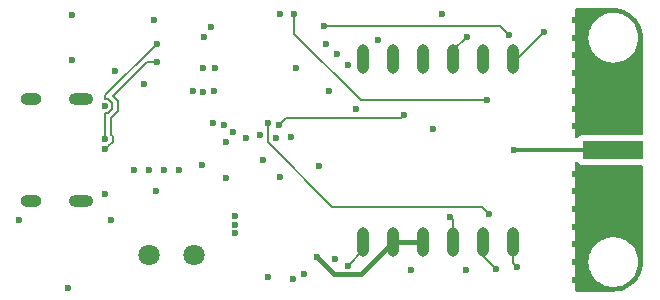
<source format=gbr>
%TF.GenerationSoftware,KiCad,Pcbnew,8.0.5-dirty*%
%TF.CreationDate,2024-10-01T21:11:00+10:00*%
%TF.ProjectId,kestral,6b657374-7261-46c2-9e6b-696361645f70,rev?*%
%TF.SameCoordinates,Original*%
%TF.FileFunction,Copper,L4,Bot*%
%TF.FilePolarity,Positive*%
%FSLAX46Y46*%
G04 Gerber Fmt 4.6, Leading zero omitted, Abs format (unit mm)*
G04 Created by KiCad (PCBNEW 8.0.5-dirty) date 2024-10-01 21:11:00*
%MOMM*%
%LPD*%
G01*
G04 APERTURE LIST*
%TA.AperFunction,ComponentPad*%
%ADD10C,1.803400*%
%TD*%
%TA.AperFunction,ComponentPad*%
%ADD11O,2.100000X1.000000*%
%TD*%
%TA.AperFunction,ComponentPad*%
%ADD12O,1.800000X1.000000*%
%TD*%
%TA.AperFunction,SMDPad,CuDef*%
%ADD13O,1.000000X2.500000*%
%TD*%
%TA.AperFunction,SMDPad,CuDef*%
%ADD14R,5.080000X1.500000*%
%TD*%
%TA.AperFunction,ViaPad*%
%ADD15C,0.600000*%
%TD*%
%TA.AperFunction,Conductor*%
%ADD16C,0.200000*%
%TD*%
%TA.AperFunction,Conductor*%
%ADD17C,0.356000*%
%TD*%
%TA.AperFunction,Conductor*%
%ADD18C,0.400000*%
%TD*%
G04 APERTURE END LIST*
D10*
%TO.P,J2,1,Pin_1*%
%TO.N,VBATT*%
X112689999Y-121400000D03*
%TO.P,J2,2,Pin_2*%
%TO.N,GND*%
X116500000Y-121400000D03*
%TD*%
D11*
%TO.P,J3,S1,SHIELD*%
%TO.N,unconnected-(J3-SHIELD-PadS1)_3*%
X106925000Y-108180000D03*
D12*
%TO.N,unconnected-(J3-SHIELD-PadS1)_1*%
X102725000Y-108180000D03*
D11*
%TO.N,unconnected-(J3-SHIELD-PadS1)*%
X106925000Y-116820000D03*
D12*
%TO.N,unconnected-(J3-SHIELD-PadS1)_2*%
X102725000Y-116820000D03*
%TD*%
D13*
%TO.P,U1,1,RXD1*%
%TO.N,MCU_TX*%
X143500000Y-120300000D03*
%TO.P,U1,2,TXD1*%
%TO.N,MCU_RX*%
X140960000Y-120300000D03*
%TO.P,U1,3,GND*%
%TO.N,GND*%
X138420000Y-120300000D03*
%TO.P,U1,4,VCC*%
%TO.N,+3V3*%
X135880000Y-120300000D03*
%TO.P,U1,5,V_BCKP*%
X133340000Y-120300000D03*
%TO.P,U1,6,1PPS*%
%TO.N,GPS_1PPS*%
X130800000Y-120300000D03*
%TO.P,U1,7,FORCE_ON*%
%TO.N,unconnected-(U1-FORCE_ON-Pad7)*%
X130800000Y-104800000D03*
%TO.P,U1,8,AADET_N*%
%TO.N,unconnected-(U1-AADET_N-Pad8)*%
X133340000Y-104800000D03*
%TO.P,U1,9*%
%TO.N,N/C*%
X135880000Y-104800000D03*
%TO.P,U1,10,~{RESET}*%
%TO.N,GPS_RST*%
X138420000Y-104800000D03*
%TO.P,U1,11,EX_ANT*%
%TO.N,unconnected-(U1-EX_ANT-Pad11)*%
X140960000Y-104800000D03*
%TO.P,U1,12,GND__1*%
%TO.N,GND*%
X143500000Y-104800000D03*
%TD*%
D14*
%TO.P,J1,1,In*%
%TO.N,Net-(J1-In)*%
X151937500Y-112500000D03*
%TO.P,J1,2,Ext*%
%TO.N,GND*%
X151937500Y-108250000D03*
X151937500Y-116750000D03*
%TD*%
D15*
%TO.N,QSPI_SS*%
X109450000Y-118450000D03*
%TO.N,+3V3*%
X101700000Y-118400000D03*
%TO.N,GND*%
X105800000Y-124200000D03*
X128475000Y-121700000D03*
X119200000Y-111820000D03*
X119200000Y-114900000D03*
X148750000Y-110500000D03*
X115205000Y-114232500D03*
X148750000Y-109000000D03*
X148750000Y-117500000D03*
X130200000Y-109000000D03*
X146100000Y-102500000D03*
X148750000Y-107500000D03*
X108975000Y-116250000D03*
X138200000Y-118200000D03*
X148750000Y-120500000D03*
X134850000Y-122650000D03*
X106200000Y-101100000D03*
X148750000Y-123500000D03*
X148750000Y-116000000D03*
X122762500Y-123275000D03*
X148750000Y-106000000D03*
X148750000Y-104500000D03*
X127912500Y-107482500D03*
X106200000Y-104900000D03*
X117210000Y-113800000D03*
X148750000Y-122000000D03*
X108975000Y-108750000D03*
X123795634Y-114802885D03*
X132100000Y-103200000D03*
X127100000Y-113900000D03*
X122318488Y-113384315D03*
X148750000Y-119000000D03*
X148750000Y-114500000D03*
X125150000Y-105532500D03*
X148750000Y-101500000D03*
X148750000Y-103000000D03*
%TO.N,Net-(J1-In)*%
X143600000Y-112500000D03*
%TO.N,USB_D+*%
X109000000Y-112400000D03*
X113355000Y-105032500D03*
%TO.N,USB_D-*%
X109000000Y-111599997D03*
X113355000Y-103532500D03*
%TO.N,RF_DIO*%
X141500000Y-117900000D03*
X122800000Y-110200000D03*
%TO.N,RF_RST*%
X123700000Y-110400000D03*
X134300000Y-109500000D03*
%TO.N,MISO*%
X143200000Y-102800000D03*
X127500000Y-102000000D03*
%TO.N,+3V3*%
X119987500Y-118125000D03*
X112265000Y-106932500D03*
X119987500Y-119525000D03*
X109800000Y-105800000D03*
X137500000Y-101000000D03*
X119987500Y-118825000D03*
X129562500Y-105332500D03*
X117900000Y-102132500D03*
X127700000Y-103500000D03*
X126925000Y-121575000D03*
X123400000Y-111500000D03*
X123800000Y-100982500D03*
X139487500Y-122687500D03*
X117223131Y-105532500D03*
X122100000Y-111200000D03*
X118124265Y-110224265D03*
%TO.N,MOSI*%
X141300000Y-108300000D03*
X125000000Y-100982500D03*
%TO.N,+1V1*%
X117300000Y-102900000D03*
X124700000Y-111420000D03*
X128600000Y-104400000D03*
X118251472Y-105532500D03*
%TO.N,MCU_RX*%
X119800000Y-111000000D03*
X142100000Y-122600000D03*
X125800000Y-123000000D03*
%TO.N,GPS_RST*%
X139600000Y-102900000D03*
X136750000Y-110750000D03*
X120883750Y-111516250D03*
%TO.N,MCU_TX*%
X143800000Y-122400000D03*
X124900000Y-123400000D03*
X119000000Y-110400000D03*
%TO.N,Net-(U3-QSPI_SD1)*%
X112670000Y-114220000D03*
X117278765Y-107628735D03*
%TO.N,Net-(U3-QSPI_SD2)*%
X118180113Y-107532500D03*
X113940000Y-114220000D03*
%TO.N,QSPI_SS*%
X111375000Y-114230000D03*
X116382528Y-107532500D03*
%TO.N,GPS_1PPS*%
X129500000Y-122300000D03*
X113300000Y-116000000D03*
X113100000Y-101500000D03*
%TD*%
D16*
%TO.N,GND*%
X143800000Y-104800000D02*
X146100000Y-102500000D01*
X138420000Y-118420000D02*
X138200000Y-118200000D01*
X143500000Y-104800000D02*
X143800000Y-104800000D01*
X138420000Y-120300000D02*
X138420000Y-118420000D01*
D17*
%TO.N,Net-(J1-In)*%
X143600000Y-112500000D02*
X152500000Y-112500000D01*
D16*
%TO.N,USB_D+*%
X109000000Y-112400000D02*
X109200003Y-112199997D01*
X109616897Y-107907000D02*
X112491397Y-105032500D01*
X110024980Y-109184917D02*
X110024980Y-108315083D01*
X110024980Y-108315083D02*
X109616897Y-107907000D01*
X109248529Y-112199997D02*
X109600000Y-111848526D01*
X109200003Y-112199997D02*
X109248529Y-112199997D01*
X109600000Y-111351468D02*
X109450000Y-111201468D01*
X109450000Y-109759897D02*
X110024980Y-109184917D01*
X109600000Y-111848526D02*
X109600000Y-111351468D01*
X109450000Y-111201468D02*
X109450000Y-109759897D01*
X112491397Y-105032500D02*
X113355000Y-105032500D01*
%TO.N,USB_D-*%
X109000000Y-109350000D02*
X109223529Y-109350000D01*
X109575000Y-108501471D02*
X109223529Y-108150000D01*
X109223529Y-108150000D02*
X109000000Y-108150000D01*
X109223529Y-109350000D02*
X109575000Y-108998529D01*
X109000000Y-107887500D02*
X113355000Y-103532500D01*
X109000000Y-111599997D02*
X109000000Y-109350000D01*
X109000000Y-108150000D02*
X109000000Y-107887500D01*
X109575000Y-108998529D02*
X109575000Y-108501471D01*
%TO.N,RF_DIO*%
X122800000Y-111117106D02*
X122758553Y-111158553D01*
X140900000Y-117300000D02*
X141500000Y-117900000D01*
X122758553Y-111858553D02*
X128200000Y-117300000D01*
X128200000Y-117300000D02*
X140900000Y-117300000D01*
X122800000Y-110200000D02*
X122800000Y-111117106D01*
X122758553Y-111158553D02*
X122758553Y-111858553D01*
%TO.N,RF_RST*%
X134000000Y-109800000D02*
X124300000Y-109800000D01*
X134300000Y-109500000D02*
X134000000Y-109800000D01*
X124300000Y-109800000D02*
X123700000Y-110400000D01*
%TO.N,MISO*%
X127500000Y-102000000D02*
X142400000Y-102000000D01*
X142400000Y-102000000D02*
X143200000Y-102800000D01*
D18*
%TO.N,+3V3*%
X130640000Y-123000000D02*
X133340000Y-120300000D01*
X135880000Y-120300000D02*
X133340000Y-120300000D01*
X128350000Y-123000000D02*
X130640000Y-123000000D01*
X126925000Y-121575000D02*
X128350000Y-123000000D01*
D16*
%TO.N,MOSI*%
X125000000Y-102700000D02*
X125000000Y-100982500D01*
X130600000Y-108300000D02*
X125000000Y-102700000D01*
X141300000Y-108300000D02*
X130600000Y-108300000D01*
%TO.N,MCU_RX*%
X140960000Y-120300000D02*
X140960000Y-121460000D01*
X140960000Y-121460000D02*
X142100000Y-122600000D01*
%TO.N,GPS_RST*%
X138420000Y-104080000D02*
X139600000Y-102900000D01*
X138420000Y-104800000D02*
X138420000Y-104080000D01*
%TO.N,MCU_TX*%
X143500000Y-120300000D02*
X143500000Y-122100000D01*
X143500000Y-122100000D02*
X143800000Y-122400000D01*
%TO.N,GPS_1PPS*%
X130800000Y-121000000D02*
X129500000Y-122300000D01*
X130800000Y-120300000D02*
X130800000Y-121000000D01*
%TD*%
%TA.AperFunction,Conductor*%
%TO.N,GND*%
G36*
X148955203Y-113499061D02*
G01*
X148973264Y-113518459D01*
X149039954Y-113607546D01*
X149086143Y-113642123D01*
X149155164Y-113693793D01*
X149155171Y-113693797D01*
X149290017Y-113744091D01*
X149290016Y-113744091D01*
X149296944Y-113744835D01*
X149349627Y-113750500D01*
X154375500Y-113750499D01*
X154442539Y-113770184D01*
X154488294Y-113822988D01*
X154499500Y-113874499D01*
X154499500Y-121996249D01*
X154499274Y-122003736D01*
X154481728Y-122293794D01*
X154479923Y-122308659D01*
X154428219Y-122590798D01*
X154424635Y-122605336D01*
X154339306Y-122879167D01*
X154333997Y-122893168D01*
X154216275Y-123154736D01*
X154209316Y-123167995D01*
X154060928Y-123413459D01*
X154052422Y-123425782D01*
X153875526Y-123651573D01*
X153865596Y-123662781D01*
X153662781Y-123865596D01*
X153651573Y-123875526D01*
X153425782Y-124052422D01*
X153413459Y-124060928D01*
X153167995Y-124209316D01*
X153154736Y-124216275D01*
X152893168Y-124333997D01*
X152879167Y-124339306D01*
X152605336Y-124424635D01*
X152590798Y-124428219D01*
X152308659Y-124479923D01*
X152293794Y-124481728D01*
X152003736Y-124499274D01*
X151996249Y-124499500D01*
X148874000Y-124499500D01*
X148806961Y-124479815D01*
X148761206Y-124427011D01*
X148750000Y-124375500D01*
X148750000Y-122000000D01*
X149894592Y-122000000D01*
X149914201Y-122286680D01*
X149972666Y-122568034D01*
X149972667Y-122568037D01*
X150068894Y-122838793D01*
X150068893Y-122838793D01*
X150201098Y-123093935D01*
X150366812Y-123328700D01*
X150445972Y-123413459D01*
X150562947Y-123538708D01*
X150701677Y-123651573D01*
X150785853Y-123720055D01*
X151031382Y-123869365D01*
X151218237Y-123950526D01*
X151294942Y-123983844D01*
X151571642Y-124061371D01*
X151821920Y-124095771D01*
X151856321Y-124100500D01*
X151856322Y-124100500D01*
X152143679Y-124100500D01*
X152174370Y-124096281D01*
X152428358Y-124061371D01*
X152705058Y-123983844D01*
X152818015Y-123934779D01*
X152968617Y-123869365D01*
X152968620Y-123869363D01*
X152968625Y-123869361D01*
X153214147Y-123720055D01*
X153437053Y-123538708D01*
X153633189Y-123328698D01*
X153798901Y-123093936D01*
X153931104Y-122838797D01*
X154027334Y-122568032D01*
X154085798Y-122286686D01*
X154105408Y-122000000D01*
X154085798Y-121713314D01*
X154027334Y-121431968D01*
X153931105Y-121161206D01*
X153931106Y-121161206D01*
X153798901Y-120906064D01*
X153633187Y-120671299D01*
X153554554Y-120587105D01*
X153437053Y-120461292D01*
X153214147Y-120279945D01*
X153214146Y-120279944D01*
X152968617Y-120130634D01*
X152705063Y-120016158D01*
X152705061Y-120016157D01*
X152705058Y-120016156D01*
X152575578Y-119979877D01*
X152428364Y-119938630D01*
X152428359Y-119938629D01*
X152428358Y-119938629D01*
X152286018Y-119919064D01*
X152143679Y-119899500D01*
X152143678Y-119899500D01*
X151856322Y-119899500D01*
X151856321Y-119899500D01*
X151571642Y-119938629D01*
X151571635Y-119938630D01*
X151363861Y-119996845D01*
X151294942Y-120016156D01*
X151294939Y-120016156D01*
X151294936Y-120016158D01*
X151294935Y-120016158D01*
X151031382Y-120130634D01*
X150785853Y-120279944D01*
X150562950Y-120461289D01*
X150366812Y-120671299D01*
X150201098Y-120906064D01*
X150068894Y-121161206D01*
X149972667Y-121431962D01*
X149972666Y-121431965D01*
X149914201Y-121713319D01*
X149894592Y-122000000D01*
X148750000Y-122000000D01*
X148750000Y-113592774D01*
X148769685Y-113525735D01*
X148822489Y-113479980D01*
X148891647Y-113470036D01*
X148955203Y-113499061D01*
G37*
%TD.AperFunction*%
%TA.AperFunction,Conductor*%
G36*
X152003736Y-100500726D02*
G01*
X152293796Y-100518271D01*
X152308659Y-100520076D01*
X152590798Y-100571780D01*
X152605335Y-100575363D01*
X152879172Y-100660695D01*
X152893163Y-100666000D01*
X153154743Y-100783727D01*
X153167989Y-100790680D01*
X153413465Y-100939075D01*
X153425776Y-100947573D01*
X153513319Y-101016158D01*
X153651573Y-101124473D01*
X153662781Y-101134403D01*
X153865596Y-101337218D01*
X153875526Y-101348426D01*
X153995481Y-101501538D01*
X154052422Y-101574217D01*
X154060926Y-101586537D01*
X154112168Y-101671302D01*
X154209316Y-101832004D01*
X154216275Y-101845263D01*
X154333997Y-102106831D01*
X154339306Y-102120832D01*
X154424635Y-102394663D01*
X154428219Y-102409201D01*
X154479923Y-102691340D01*
X154481728Y-102706205D01*
X154499274Y-102996263D01*
X154499500Y-103003750D01*
X154499500Y-111125500D01*
X154479815Y-111192539D01*
X154427011Y-111238294D01*
X154375500Y-111249500D01*
X149349629Y-111249500D01*
X149349623Y-111249501D01*
X149290016Y-111255908D01*
X149155171Y-111306202D01*
X149155164Y-111306206D01*
X149039955Y-111392452D01*
X148973266Y-111481537D01*
X148917332Y-111523407D01*
X148847640Y-111528391D01*
X148786318Y-111494905D01*
X148752833Y-111433582D01*
X148750000Y-111407225D01*
X148750000Y-103000000D01*
X149894592Y-103000000D01*
X149914201Y-103286680D01*
X149972666Y-103568034D01*
X149972667Y-103568037D01*
X150068894Y-103838793D01*
X150068893Y-103838793D01*
X150201098Y-104093935D01*
X150366812Y-104328700D01*
X150451923Y-104419831D01*
X150562947Y-104538708D01*
X150785853Y-104720055D01*
X151031382Y-104869365D01*
X151218237Y-104950526D01*
X151294942Y-104983844D01*
X151571642Y-105061371D01*
X151821920Y-105095771D01*
X151856321Y-105100500D01*
X151856322Y-105100500D01*
X152143679Y-105100500D01*
X152174370Y-105096281D01*
X152428358Y-105061371D01*
X152705058Y-104983844D01*
X152818015Y-104934779D01*
X152968617Y-104869365D01*
X152968620Y-104869363D01*
X152968625Y-104869361D01*
X153214147Y-104720055D01*
X153437053Y-104538708D01*
X153633189Y-104328698D01*
X153798901Y-104093936D01*
X153931104Y-103838797D01*
X154027334Y-103568032D01*
X154085798Y-103286686D01*
X154105408Y-103000000D01*
X154085798Y-102713314D01*
X154027334Y-102431968D01*
X153931105Y-102161206D01*
X153931106Y-102161206D01*
X153798901Y-101906064D01*
X153633187Y-101671299D01*
X153542518Y-101574217D01*
X153437053Y-101461292D01*
X153214147Y-101279945D01*
X153214146Y-101279944D01*
X152968617Y-101130634D01*
X152705063Y-101016158D01*
X152705061Y-101016157D01*
X152705058Y-101016156D01*
X152575578Y-100979877D01*
X152428364Y-100938630D01*
X152428359Y-100938629D01*
X152428358Y-100938629D01*
X152236367Y-100912240D01*
X152143679Y-100899500D01*
X152143678Y-100899500D01*
X151856322Y-100899500D01*
X151856321Y-100899500D01*
X151571642Y-100938629D01*
X151571635Y-100938630D01*
X151363861Y-100996845D01*
X151294942Y-101016156D01*
X151294939Y-101016156D01*
X151294936Y-101016158D01*
X151294935Y-101016158D01*
X151031382Y-101130634D01*
X150785853Y-101279944D01*
X150562950Y-101461289D01*
X150366812Y-101671299D01*
X150201098Y-101906064D01*
X150068894Y-102161206D01*
X149972667Y-102431962D01*
X149972666Y-102431965D01*
X149914201Y-102713319D01*
X149894592Y-103000000D01*
X148750000Y-103000000D01*
X148750000Y-100624500D01*
X148769685Y-100557461D01*
X148822489Y-100511706D01*
X148874000Y-100500500D01*
X151934108Y-100500500D01*
X151996249Y-100500500D01*
X152003736Y-100500726D01*
G37*
%TD.AperFunction*%
%TD*%
M02*

</source>
